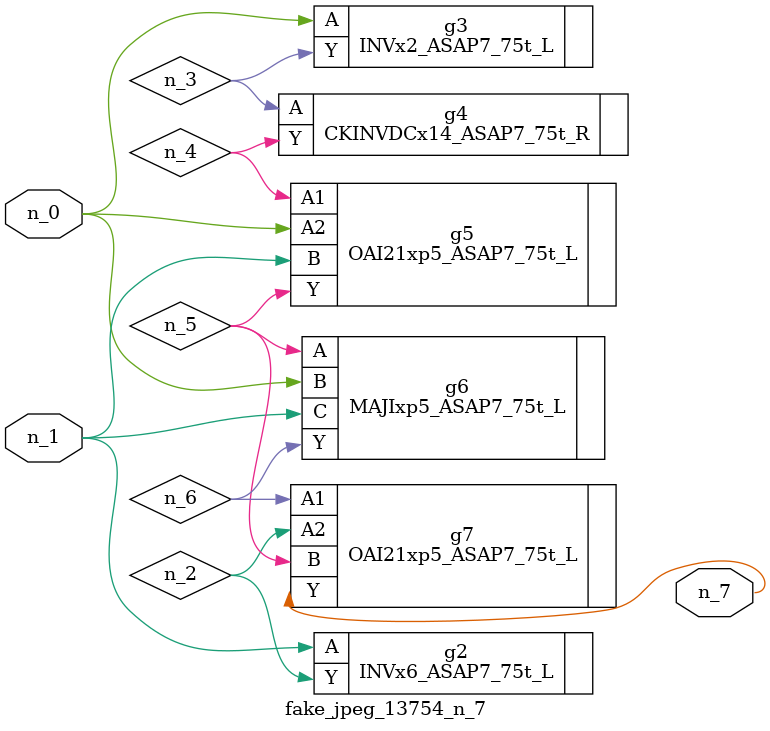
<source format=v>
module fake_jpeg_13754_n_7 (n_0, n_1, n_7);

input n_0;
input n_1;

output n_7;

wire n_3;
wire n_2;
wire n_4;
wire n_6;
wire n_5;

INVx6_ASAP7_75t_L g2 ( 
.A(n_1),
.Y(n_2)
);

INVx2_ASAP7_75t_L g3 ( 
.A(n_0),
.Y(n_3)
);

CKINVDCx14_ASAP7_75t_R g4 ( 
.A(n_3),
.Y(n_4)
);

OAI21xp5_ASAP7_75t_L g5 ( 
.A1(n_4),
.A2(n_0),
.B(n_1),
.Y(n_5)
);

MAJIxp5_ASAP7_75t_L g6 ( 
.A(n_5),
.B(n_0),
.C(n_1),
.Y(n_6)
);

OAI21xp5_ASAP7_75t_L g7 ( 
.A1(n_6),
.A2(n_2),
.B(n_5),
.Y(n_7)
);


endmodule
</source>
